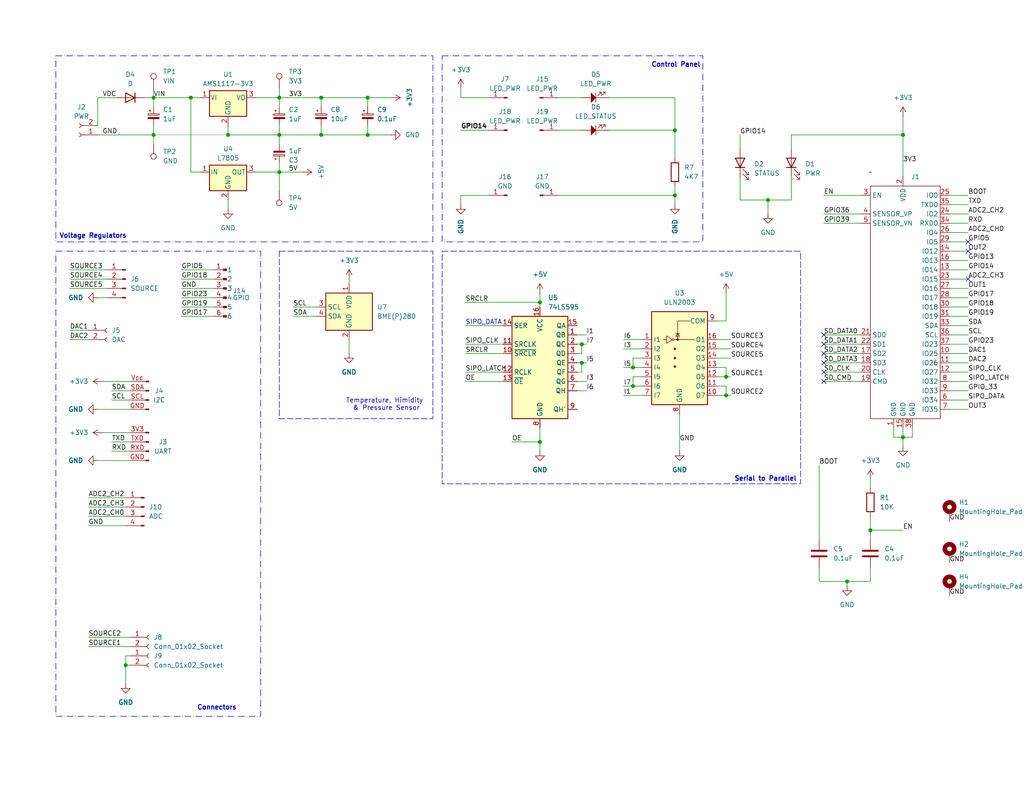
<source format=kicad_sch>
(kicad_sch (version 20231120) (generator "eeschema") (generator_version "8.0")
  (paper "USLetter")
  (title_block (title "ESP32 Node") (date "2024-07-03") (rev "v2.0"))
  (junction (at 595.63 139.7))
  (junction (at 147.32 120.65))
  (junction (at 87.63 26.67))
  (junction (at 388.62 22.86))
  (junction (at 62.23 36.83))
  (junction (at 198.12 102.87))
  (junction (at 76.2 36.83))
  (junction (at 184.15 35.56))
  (junction (at 358.14 30.48))
  (junction (at 198.12 107.95))
  (junction (at 172.72 105.41))
  (junction (at 100.33 36.83))
  (junction (at 595.63 116.84))
  (junction (at 595.63 132.08))
  (junction (at 595.63 124.46))
  (junction (at 246.38 36.83))
  (junction (at 41.91 36.83))
  (junction (at 52.07 26.67))
  (junction (at 478.79 156.21))
  (junction (at 76.2 46.99))
  (junction (at 158.75 93.98))
  (junction (at 377.19 151.13))
  (junction (at 246.38 119.38))
  (junction (at 158.75 99.06))
  (junction (at 347.98 54.61))
  (junction (at 401.32 163.83))
  (junction (at 237.49 144.78))
  (junction (at 495.3 168.91))
  (junction (at 100.33 26.67))
  (junction (at 76.2 26.67))
  (junction (at 595.63 128.27))
  (junction (at 41.91 26.67))
  (junction (at 87.63 36.83))
  (junction (at 147.32 82.55))
  (junction (at 184.15 53.34))
  (junction (at 449.58 99.06))
  (junction (at 495.3 156.21))
  (junction (at 231.14 158.75))
  (junction (at 358.14 22.86))
  (junction (at 209.55 54.61))
  (junction (at 595.63 135.89))
  (junction (at 374.65 30.48))
  (junction (at 595.63 120.65))
  (junction (at 172.72 100.33))
  (junction (at 34.29 181.61))
  (no_connect (at 224.79 96.52))
  (no_connect (at 224.79 104.14))
  (no_connect (at 361.95 113.03))
  (no_connect (at 224.79 99.06))
  (no_connect (at 264.16 66.04))
  (no_connect (at 264.16 76.2))
  (no_connect (at 264.16 68.58))
  (no_connect (at 224.79 93.98))
  (no_connect (at 224.79 101.6))
  (no_connect (at 224.79 91.44))
  (wire (pts (xy 478.79 168.91) (xy 476.25 168.91)))
  (wire (pts (xy 158.75 99.06) (xy 158.75 101.6)))
  (wire (pts (xy 259.08 58.42) (xy 264.16 58.42)))
  (wire (pts (xy 62.23 54.61) (xy 62.23 57.15)))
  (wire (pts (xy 52.07 26.67) (xy 54.61 26.67)))
  (wire (pts (xy 588.01 135.89) (xy 595.63 135.89)))
  (wire (pts (xy 558.8 53.34) (xy 568.96 53.34)))
  (wire (pts (xy 157.48 99.06) (xy 158.75 99.06)))
  (wire (pts (xy 224.79 101.6) (xy 234.95 101.6)))
  (wire (pts (xy 34.29 179.07) (xy 34.29 181.61)))
  (wire (pts (xy 30.48 109.22) (xy 35.56 109.22)))
  (wire (pts (xy 195.58 107.95) (xy 198.12 107.95)))
  (wire (pts (xy 41.91 36.83) (xy 62.23 36.83)) (stroke (width 0.0254)))
  (wire (pts (xy 558.8 55.88) (xy 568.96 55.88)))
  (wire (pts (xy 358.14 171.45) (xy 361.95 171.45)))
  (wire (pts (xy 147.32 116.84) (xy 147.32 120.65)))
  (wire (pts (xy 127 93.98) (xy 137.16 93.98)))
  (wire (pts (xy 572.77 120.65) (xy 580.39 120.65)))
  (wire (pts (xy 184.15 26.67) (xy 184.15 35.56)))
  (wire (pts (xy 615.95 24.13) (xy 622.3 24.13)))
  (wire (pts (xy 588.01 124.46) (xy 595.63 124.46)))
  (wire (pts (xy 184.15 50.8) (xy 184.15 53.34)))
  (wire (pts (xy 24.13 173.99) (xy 35.56 173.99)))
  (wire (pts (xy 223.52 158.75) (xy 231.14 158.75)))
  (wire (pts (xy 595.63 139.7) (xy 595.63 143.51)))
  (wire (pts (xy 41.91 26.67) (xy 52.07 26.67)))
  (wire (pts (xy 341.63 52.07) (xy 354.33 52.07)))
  (wire (pts (xy 259.08 63.5) (xy 264.16 63.5)))
  (wire (pts (xy 209.55 54.61) (xy 215.9 54.61)))
  (wire (pts (xy 588.01 120.65) (xy 595.63 120.65)))
  (wire (pts (xy 495.3 158.75) (xy 495.3 156.21)))
  (wire (pts (xy 377.19 151.13) (xy 382.27 151.13)))
  (wire (pts (xy 224.79 99.06) (xy 234.95 99.06)))
  (wire (pts (xy 54.61 46.99) (xy 52.07 46.99)))
  (wire (pts (xy 30.48 120.65) (xy 35.56 120.65)))
  (wire (pts (xy 508 91.44) (xy 515.62 91.44)))
  (wire (pts (xy 495.3 156.21) (xy 504.19 156.21)))
  (wire (pts (xy 623.57 62.23) (xy 635 62.23)))
  (wire (pts (xy 24.13 140.97) (xy 34.29 140.97)))
  (wire (pts (xy 401.32 142.24) (xy 401.32 146.05)))
  (wire (pts (xy 127 96.52) (xy 137.16 96.52)))
  (wire (pts (xy 246.38 31.75) (xy 246.38 36.83)))
  (wire (pts (xy 259.08 78.74) (xy 264.16 78.74)))
  (wire (pts (xy 172.72 100.33) (xy 175.26 100.33)))
  (wire (pts (xy 172.72 105.41) (xy 175.26 105.41)))
  (wire (pts (xy 259.08 81.28) (xy 264.16 81.28)))
  (wire (pts (xy 615.95 26.67) (xy 622.3 26.67)))
  (wire (pts (xy 615.95 19.05) (xy 622.3 19.05)))
  (wire (pts (xy 623.57 57.15) (xy 635 57.15)))
  (wire (pts (xy 353.06 22.86) (xy 358.14 22.86)))
  (wire (pts (xy 27.94 104.14) (xy 35.56 104.14)))
  (wire (pts (xy 198.12 107.95) (xy 199.39 107.95)))
  (wire (pts (xy 572.77 128.27) (xy 580.39 128.27)))
  (wire (pts (xy 170.18 92.71) (xy 175.26 92.71)))
  (wire (pts (xy 389.89 151.13) (xy 393.7 151.13)))
  (wire (pts (xy 452.12 95.25) (xy 452.12 99.06)))
  (wire (pts (xy 62.23 34.29) (xy 62.23 36.83)))
  (wire (pts (xy 100.33 36.83) (xy 106.68 36.83)))
  (wire (pts (xy 195.58 92.71) (xy 199.39 92.71)))
  (wire (pts (xy 29.21 78.74) (xy 19.05 78.74)))
  (wire (pts (xy 551.22 22.73) (xy 558.84 22.73)))
  (wire (pts (xy 243.84 119.38) (xy 246.38 119.38)))
  (wire (pts (xy 158.75 93.98) (xy 160.02 93.98)))
  (wire (pts (xy 125.73 26.67) (xy 125.73 24.13)))
  (wire (pts (xy 76.2 34.29) (xy 76.2 36.83)))
  (wire (pts (xy 29.21 73.66) (xy 19.05 73.66)))
  (wire (pts (xy 259.08 53.34) (xy 264.16 53.34)))
  (wire (pts (xy 87.63 26.67) (xy 87.63 29.21)))
  (wire (pts (xy 374.65 30.48) (xy 374.65 34.29)))
  (wire (pts (xy 49.53 81.28) (xy 58.42 81.28)))
  (wire (pts (xy 595.63 120.65) (xy 595.63 124.46)))
  (wire (pts (xy 198.12 87.63) (xy 195.58 87.63)))
  (wire (pts (xy 461.01 67.31) (xy 466.09 67.31)))
  (wire (pts (xy 201.93 36.83) (xy 201.93 40.64)))
  (wire (pts (xy 340.36 22.86) (xy 345.44 22.86)))
  (wire (pts (xy 49.53 83.82) (xy 58.42 83.82)))
  (wire (pts (xy 195.58 105.41) (xy 198.12 105.41)))
  (wire (pts (xy 26.67 81.28) (xy 29.21 81.28)))
  (wire (pts (xy 147.32 82.55) (xy 147.32 83.82)))
  (wire (pts (xy 595.63 128.27) (xy 595.63 132.08)))
  (wire (pts (xy 458.47 168.91) (xy 461.01 168.91)))
  (wire (pts (xy 595.63 116.84) (xy 595.63 120.65)))
  (wire (pts (xy 504.19 163.83) (xy 504.19 168.91)))
  (wire (pts (xy 631.19 8.89) (xy 631.19 12.7)))
  (wire (pts (xy 125.73 53.34) (xy 125.73 55.88)))
  (wire (pts (xy 234.95 53.34) (xy 224.79 53.34)))
  (wire (pts (xy 358.14 173.99) (xy 361.95 173.99)))
  (wire (pts (xy 166.37 35.56) (xy 184.15 35.56)))
  (wire (pts (xy 133.35 26.67) (xy 125.73 26.67)))
  (wire (pts (xy 147.32 80.01) (xy 147.32 82.55)))
  (wire (pts (xy 26.67 26.67) (xy 31.75 26.67)))
  (wire (pts (xy 243.84 116.84) (xy 243.84 119.38)))
  (wire (pts (xy 434.34 55.88) (xy 438.15 55.88)))
  (wire (pts (xy 588.01 132.08) (xy 595.63 132.08)))
  (wire (pts (xy 41.91 39.37) (xy 41.91 36.83)))
  (wire (pts (xy 19.05 90.17) (xy 24.13 90.17)))
  (wire (pts (xy 224.79 60.96) (xy 234.95 60.96)))
  (wire (pts (xy 504.19 161.29) (xy 506.73 161.29)))
  (wire (pts (xy 49.53 76.2) (xy 58.42 76.2)))
  (wire (pts (xy 34.29 181.61) (xy 35.56 181.61)))
  (wire (pts (xy 27.94 118.11) (xy 35.56 118.11)))
  (wire (pts (xy 41.91 26.67) (xy 41.91 29.21)))
  (wire (pts (xy 237.49 140.97) (xy 237.49 144.78)))
  (wire (pts (xy 237.49 144.78) (xy 246.38 144.78)))
  (wire (pts (xy 198.12 100.33) (xy 198.12 102.87)))
  (wire (pts (xy 259.08 106.68) (xy 264.16 106.68)))
  (wire (pts (xy 41.91 34.29) (xy 41.91 36.83)))
  (wire (pts (xy 209.55 58.42) (xy 209.55 54.61)))
  (wire (pts (xy 152.4 35.56) (xy 158.75 35.56)))
  (wire (pts (xy 224.79 93.98) (xy 234.95 93.98)))
  (wire (pts (xy 198.12 80.01) (xy 198.12 87.63)))
  (wire (pts (xy 24.13 176.53) (xy 35.56 176.53)))
  (wire (pts (xy 486.41 173.99) (xy 487.68 173.99)))
  (wire (pts (xy 224.79 91.44) (xy 234.95 91.44)))
  (wire (pts (xy 157.48 96.52) (xy 158.75 96.52)))
  (wire (pts (xy 361.95 118.11) (xy 373.38 118.11)))
  (wire (pts (xy 157.48 104.14) (xy 160.02 104.14)))
  (wire (pts (xy 215.9 48.26) (xy 215.9 54.61)))
  (wire (pts (xy 52.07 26.67) (xy 52.07 46.99)))
  (wire (pts (xy 259.08 101.6) (xy 264.16 101.6)))
  (wire (pts (xy 342.9 113.03) (xy 346.71 113.03)))
  (wire (pts (xy 35.56 179.07) (xy 34.29 179.07)))
  (wire (pts (xy 76.2 46.99) (xy 82.55 46.99)))
  (wire (pts (xy 41.91 24.13) (xy 41.91 26.67)))
  (wire (pts (xy 76.2 36.83) (xy 87.63 36.83)))
  (wire (pts (xy 588.01 128.27) (xy 595.63 128.27)))
  (wire (pts (xy 259.08 104.14) (xy 264.16 104.14)))
  (wire (pts (xy 152.4 26.67) (xy 158.75 26.67)))
  (wire (pts (xy 567.73 10.03) (xy 567.73 13.84)))
  (wire (pts (xy 195.58 97.79) (xy 199.39 97.79)))
  (wire (pts (xy 401.32 156.21) (xy 401.32 163.83)))
  (wire (pts (xy 631.19 33.02) (xy 631.19 35.56)))
  (wire (pts (xy 259.08 93.98) (xy 264.16 93.98)))
  (wire (pts (xy 461.01 69.85) (xy 466.09 69.85)))
  (wire (pts (xy 237.49 154.94) (xy 237.49 158.75)))
  (wire (pts (xy 215.9 36.83) (xy 215.9 40.64)))
  (wire (pts (xy 127 88.9) (xy 137.16 88.9)))
  (wire (pts (xy 504.19 156.21) (xy 504.19 161.29)))
  (wire (pts (xy 623.57 66.04) (xy 623.57 62.23)))
  (wire (pts (xy 80.01 86.36) (xy 86.36 86.36)))
  (wire (pts (xy 195.58 100.33) (xy 198.12 100.33)))
  (wire (pts (xy 35.56 111.76) (xy 26.67 111.76)))
  (wire (pts (xy 195.58 95.25) (xy 199.39 95.25)))
  (wire (pts (xy 495.3 156.21) (xy 478.79 156.21)))
  (wire (pts (xy 30.48 123.19) (xy 35.56 123.19)))
  (wire (pts (xy 476.25 173.99) (xy 478.79 173.99)))
  (wire (pts (xy 125.73 35.56) (xy 133.35 35.56)))
  (wire (pts (xy 87.63 26.67) (xy 100.33 26.67)))
  (wire (pts (xy 595.63 113.03) (xy 595.63 116.84)))
  (wire (pts (xy 201.93 54.61) (xy 209.55 54.61)))
  (wire (pts (xy 76.2 36.83) (xy 76.2 39.37)))
  (wire (pts (xy 259.08 55.88) (xy 264.16 55.88)))
  (wire (pts (xy 452.12 99.06) (xy 449.58 99.06)))
  (wire (pts (xy 259.08 99.06) (xy 264.16 99.06)))
  (wire (pts (xy 461.01 62.23) (xy 466.09 62.23)))
  (wire (pts (xy 237.49 144.78) (xy 237.49 147.32)))
  (wire (pts (xy 201.93 48.26) (xy 201.93 54.61)))
  (wire (pts (xy 147.32 120.65) (xy 147.32 123.19)))
  (wire (pts (xy 449.58 95.25) (xy 449.58 99.06)))
  (wire (pts (xy 448.31 27.94) (xy 448.31 31.75)))
  (wire (pts (xy 434.34 58.42) (xy 438.15 58.42)))
  (wire (pts (xy 551.22 20.19) (xy 558.84 20.19)))
  (wire (pts (xy 100.33 26.67) (xy 100.33 29.21)))
  (wire (pts (xy 623.57 59.69) (xy 635 59.69)))
  (wire (pts (xy 358.14 166.37) (xy 361.95 166.37)))
  (wire (pts (xy 358.14 24.13) (xy 358.14 22.86)))
  (wire (pts (xy 623.57 54.61) (xy 635 54.61)))
  (wire (pts (xy 388.62 30.48) (xy 374.65 30.48)))
  (wire (pts (xy 588.01 139.7) (xy 595.63 139.7)))
  (wire (pts (xy 62.23 36.83) (xy 76.2 36.83)))
  (wire (pts (xy 401.32 163.83) (xy 401.32 172.72)))
  (wire (pts (xy 358.14 168.91) (xy 361.95 168.91)))
  (wire (pts (xy 361.95 115.57) (xy 373.38 115.57)))
  (wire (pts (xy 259.08 86.36) (xy 264.16 86.36)))
  (wire (pts (xy 224.79 104.14) (xy 234.95 104.14)))
  (wire (pts (xy 561.34 48.26) (xy 568.96 48.26)))
  (wire (pts (xy 449.58 99.06) (xy 449.58 101.6)))
  (wire (pts (xy 76.2 29.21) (xy 76.2 26.67)))
  (wire (pts (xy 80.01 83.82) (xy 86.36 83.82)))
  (wire (pts (xy 259.08 60.96) (xy 264.16 60.96)))
  (wire (pts (xy 76.2 46.99) (xy 76.2 52.07)))
  (wire (pts (xy 342.9 30.48) (xy 358.14 30.48)))
  (wire (pts (xy 170.18 105.41) (xy 172.72 105.41)))
  (wire (pts (xy 572.77 135.89) (xy 580.39 135.89)))
  (wire (pts (xy 259.08 71.12) (xy 264.16 71.12)))
  (wire (pts (xy 259.08 88.9) (xy 264.16 88.9)))
  (wire (pts (xy 340.36 25.4) (xy 342.9 25.4)))
  (wire (pts (xy 341.63 49.53) (xy 347.98 49.53)))
  (wire (pts (xy 347.98 49.53) (xy 347.98 54.61)))
  (wire (pts (xy 26.67 36.83) (xy 41.91 36.83)))
  (wire (pts (xy 401.32 163.83) (xy 393.7 163.83)))
  (wire (pts (xy 24.13 138.43) (xy 34.29 138.43)))
  (wire (pts (xy 125.73 53.34) (xy 133.35 53.34)))
  (wire (pts (xy 558.8 58.42) (xy 558.8 55.88)))
  (wire (pts (xy 170.18 107.95) (xy 175.26 107.95)))
  (wire (pts (xy 377.19 142.24) (xy 377.19 151.13)))
  (wire (pts (xy 382.27 22.86) (xy 388.62 22.86)))
  (wire (pts (xy 572.77 116.84) (xy 580.39 116.84)))
  (wire (pts (xy 224.79 58.42) (xy 234.95 58.42)))
  (wire (pts (xy 495.3 179.07) (xy 495.3 182.88)))
  (wire (pts (xy 157.48 91.44) (xy 160.02 91.44)))
  (wire (pts (xy 35.56 125.73) (xy 26.67 125.73)))
  (wire (pts (xy 572.77 124.46) (xy 580.39 124.46)))
  (wire (pts (xy 259.08 76.2) (xy 264.16 76.2)))
  (wire (pts (xy 504.19 88.9) (xy 515.62 88.9)))
  (wire (pts (xy 100.33 34.29) (xy 100.33 36.83)))
  (wire (pts (xy 506.73 163.83) (xy 504.19 163.83)))
  (wire (pts (xy 327.66 113.03) (xy 335.28 113.03)))
  (wire (pts (xy 95.25 76.2) (xy 95.25 77.47)))
  (wire (pts (xy 49.53 86.36) (xy 58.42 86.36)))
  (wire (pts (xy 246.38 119.38) (xy 246.38 121.92)))
  (wire (pts (xy 259.08 68.58) (xy 264.16 68.58)))
  (wire (pts (xy 259.08 96.52) (xy 264.16 96.52)))
  (wire (pts (xy 595.63 135.89) (xy 595.63 139.7)))
  (wire (pts (xy 259.08 111.76) (xy 264.16 111.76)))
  (wire (pts (xy 478.79 156.21) (xy 478.79 168.91)))
  (wire (pts (xy 76.2 44.45) (xy 76.2 46.99)))
  (wire (pts (xy 170.18 95.25) (xy 175.26 95.25)))
  (wire (pts (xy 127 101.6) (xy 137.16 101.6)))
  (wire (pts (xy 246.38 36.83) (xy 246.38 48.26)))
  (wire (pts (xy 223.52 127) (xy 223.52 147.32)))
  (wire (pts (xy 572.77 139.7) (xy 580.39 139.7)))
  (wire (pts (xy 626.11 49.53) (xy 635 49.53)))
  (wire (pts (xy 384.81 163.83) (xy 386.08 163.83)))
  (wire (pts (xy 461.01 72.39) (xy 466.09 72.39)))
  (wire (pts (xy 344.17 123.19) (xy 344.17 118.11)))
  (wire (pts (xy 184.15 53.34) (xy 184.15 55.88)))
  (wire (pts (xy 198.12 105.41) (xy 198.12 107.95)))
  (wire (pts (xy 455.93 173.99) (xy 461.01 173.99)))
  (wire (pts (xy 69.85 46.99) (xy 76.2 46.99)))
  (wire (pts (xy 69.85 26.67) (xy 76.2 26.67)))
  (wire (pts (xy 388.62 29.21) (xy 388.62 30.48)))
  (wire (pts (xy 342.9 25.4) (xy 342.9 30.48)))
  (wire (pts (xy 347.98 54.61) (xy 347.98 60.96)))
  (wire (pts (xy 19.05 92.71) (xy 24.13 92.71)))
  (wire (pts (xy 34.29 181.61) (xy 34.29 186.69)))
  (wire (pts (xy 127 82.55) (xy 147.32 82.55)))
  (wire (pts (xy 248.92 119.38) (xy 246.38 119.38)))
  (wire (pts (xy 377.19 168.91) (xy 377.19 172.72)))
  (wire (pts (xy 341.63 54.61) (xy 347.98 54.61)))
  (wire (pts (xy 198.12 102.87) (xy 199.39 102.87)))
  (wire (pts (xy 440.69 168.91) (xy 450.85 168.91)))
  (wire (pts (xy 259.08 66.04) (xy 264.16 66.04)))
  (wire (pts (xy 157.48 93.98) (xy 158.75 93.98)))
  (wire (pts (xy 259.08 109.22) (xy 264.16 109.22)))
  (wire (pts (xy 358.14 163.83) (xy 361.95 163.83)))
  (wire (pts (xy 388.62 24.13) (xy 388.62 22.86)))
  (wire (pts (xy 623.57 52.07) (xy 635 52.07)))
  (wire (pts (xy 248.92 116.84) (xy 248.92 119.38)))
  (wire (pts (xy 588.01 113.03) (xy 595.63 113.03)))
  (wire (pts (xy 588.01 116.84) (xy 595.63 116.84)))
  (wire (pts (xy 34.29 135.89) (xy 24.13 135.89)))
  (wire (pts (xy 447.04 99.06) (xy 449.58 99.06)))
  (wire (pts (xy 558.8 50.8) (xy 568.96 50.8)))
  (wire (pts (xy 447.04 95.25) (xy 447.04 99.06)))
  (wire (pts (xy 184.15 35.56) (xy 184.15 43.18)))
  (wire (pts (xy 139.7 120.65) (xy 147.32 120.65)))
  (wire (pts (xy 259.08 83.82) (xy 264.16 83.82)))
  (wire (pts (xy 76.2 24.13) (xy 76.2 26.67)))
  (wire (pts (xy 175.26 102.87) (xy 172.72 102.87)))
  (wire (pts (xy 259.08 73.66) (xy 264.16 73.66)))
  (wire (pts (xy 175.26 97.79) (xy 172.72 97.79)))
  (wire (pts (xy 358.14 22.86) (xy 367.03 22.86)))
  (wire (pts (xy 388.62 22.86) (xy 396.24 22.86)))
  (wire (pts (xy 461.01 44.45) (xy 466.09 44.45)))
  (wire (pts (xy 358.14 30.48) (xy 374.65 30.48)))
  (wire (pts (xy 237.49 130.81) (xy 237.49 133.35)))
  (wire (pts (xy 495.3 166.37) (xy 495.3 168.91)))
  (wire (pts (xy 170.18 100.33) (xy 172.72 100.33)))
  (wire (pts (xy 87.63 34.29) (xy 87.63 36.83)))
  (wire (pts (xy 358.14 29.21) (xy 358.14 30.48)))
  (wire (pts (xy 49.53 73.66) (xy 58.42 73.66)))
  (wire (pts (xy 30.48 106.68) (xy 35.56 106.68)))
  (wire (pts (xy 259.08 91.44) (xy 264.16 91.44)))
  (wire (pts (xy 26.67 26.67) (xy 26.67 34.29)))
  (wire (pts (xy 615.95 21.59) (xy 622.3 21.59)))
  (wire (pts (xy 358.14 161.29) (xy 361.95 161.29)))
  (wire (pts (xy 152.4 53.34) (xy 184.15 53.34)))
  (wire (pts (xy 231.14 158.75) (xy 231.14 160.02)))
  (wire (pts (xy 24.13 143.51) (xy 34.29 143.51)))
  (wire (pts (xy 224.79 96.52) (xy 234.95 96.52)))
  (wire (pts (xy 377.19 151.13) (xy 377.19 158.75)))
  (wire (pts (xy 572.77 132.08) (xy 580.39 132.08)))
  (wire (pts (xy 172.72 97.79) (xy 172.72 100.33)))
  (wire (pts (xy 157.48 101.6) (xy 158.75 101.6)))
  (wire (pts (xy 157.48 106.68) (xy 160.02 106.68)))
  (wire (pts (xy 95.25 92.71) (xy 95.25 96.52)))
  (wire (pts (xy 567.73 29.08) (xy 567.73 34.16)))
  (wire (pts (xy 595.63 124.46) (xy 595.63 128.27)))
  (wire (pts (xy 223.52 154.94) (xy 223.52 158.75)))
  (wire (pts (xy 478.79 153.67) (xy 478.79 156.21)))
  (wire (pts (xy 195.58 102.87) (xy 198.12 102.87)))
  (wire (pts (xy 185.42 113.03) (xy 185.42 123.19)))
  (wire (pts (xy 76.2 26.67) (xy 87.63 26.67)))
  (wire (pts (xy 450.85 27.94) (xy 450.85 31.75)))
  (wire (pts (xy 49.53 78.74) (xy 58.42 78.74)))
  (wire (pts (xy 29.21 76.2) (xy 19.05 76.2)))
  (wire (pts (xy 344.17 118.11) (xy 346.71 118.11)))
  (wire (pts (xy 231.14 158.75) (xy 237.49 158.75)))
  (wire (pts (xy 215.9 36.83) (xy 246.38 36.83)))
  (wire (pts (xy 504.19 168.91) (xy 495.3 168.91)))
  (wire (pts (xy 158.75 99.06) (xy 160.02 99.06)))
  (wire (pts (xy 455.93 182.88) (xy 455.93 173.99)))
  (wire (pts (xy 172.72 102.87) (xy 172.72 105.41)))
  (wire (pts (xy 246.38 116.84) (xy 246.38 119.38)))
  (wire (pts (xy 595.63 132.08) (xy 595.63 135.89)))
  (wire (pts (xy 158.75 96.52) (xy 158.75 93.98)))
  (wire (pts (xy 580.39 113.03) (xy 572.77 113.03)))
  (wire (pts (xy 166.37 26.67) (xy 184.15 26.67)))
  (wire (pts (xy 87.63 36.83) (xy 100.33 36.83)))
  (wire (pts (xy 461.01 64.77) (xy 466.09 64.77)))
  (wire (pts (xy 100.33 26.67) (xy 106.68 26.67)))
  (wire (pts (xy 39.37 26.67) (xy 41.91 26.67)))
  (wire (pts (xy 127 104.14) (xy 137.16 104.14)))
  (rectangle (start 328.93 137.16) (end 412.75 186.69) (stroke (width 0) (type dash_dot)))
  (rectangle (start 120.65 68.58) (end 218.44 132.08) (stroke (width 0) (type dash)))
  (rectangle (start 15.24 68.58) (end 71.12 195.58) (stroke (width 0) (type dash_dot)))
  (rectangle (start 76.2 68.58) (end 118.11 114.3) (stroke (width 0) (type dash)))
  (rectangle (start 120.65 15.24) (end 191.77 66.04) (stroke (width 0) (type dash_dot)))
  (rectangle (start 15.24 15.24) (end 118.11 66.04) (stroke (width 0) (type dash_dot)))
  (text "Voltage Regulators" (at 25.4 63.754 0) (effects (font (size 1.27 1.27) (thickness 0.254) (bold yes)) (justify top)))
  (text "UART Programmer" (at 401.828 184.912 0) (effects (font (size 1.27 1.27))))
  (text "Control Panel " (at 184.912 17.78 0) (effects (font (size 1.27 1.27) (thickness 0.254) (bold yes))))
  (text "Connectors\n" (at 59.182 193.294 0) (effects (font (size 1.27 1.27) (thickness 0.254) (bold yes))))
  (text "Serial to Parallel" (at 217.424 131.572 0) (effects (font (size 1.27 1.27) (bold yes)) (justify right bottom)))
  (text "Temperature, Himidity \n& Pressure Sensor" (at 105.41 110.49 0) (effects (font (size 1.27 1.27))))
  (label "SIPO_DATA" (at 264.16 109.22 0))
  (label "VIN" (at 358.14 22.86 0))
  (label "SOURCE5" (at 199.39 97.79 0))
  (label "GND" (at 259.08 142.24 0))
  (label "SPI-SDA" (at 623.57 52.07 0))
  (label "12V" (at 508 91.44 0))
  (label "SOURCE3" (at 19.05 73.66 0))
  (label "SOURCE4" (at 19.05 76.2 0))
  (label "SD_DATA1" (at 224.79 93.98 0))
  (label "SOURCE1" (at 24.13 176.53 0))
  (label "I7" (at 160.02 93.98 0))
  (label "TXD" (at 361.95 166.37 0))
  (label "GPIO5" (at 264.16 66.04 0))
  (label "SOURCE5" (at 19.05 78.74 0))
  (label "RTS" (at 401.32 172.72 0))
  (label "ADC2_CH2" (at 264.16 58.42 0))
  (label "OUT1" (at 264.16 78.74 0))
  (label "SPI-SDO" (at 623.57 59.69 0))
  (label "GND" (at 508 88.9 0))
  (label "SPI-SCL" (at 466.09 62.23 0))
  (label "GPIO_33" (at 264.16 106.68 0))
  (label "I3" (at 160.02 104.14 0))
  (label "OUT2" (at 264.16 68.58 0))
  (label "3V3" (at 361.95 161.29 0))
  (label "SD_DATA0" (at 224.79 91.44 0))
  (label "QB-2" (at 572.77 116.84 180))
  (label "EN" (at 401.32 142.24 0))
  (label "D5" (at 615.95 24.13 0))
  (label "GPIO23" (at 264.16 93.98 0))
  (label "VDC" (at 27.94 26.67 0))
  (label "GPIO13" (at 264.16 71.12 0))
  (label "SCL" (at 80.01 83.82 0))
  (label "QD-2" (at 572.77 124.46 180))
  (label "SIPO_CLK" (at 127 93.98 0))
  (label "QF-2" (at 572.77 132.08 180))
  (label "SD_CLK" (at 224.79 101.6 0))
  (label "SPI-CSB" (at 623.57 57.15 0))
  (label "DAC2" (at 19.05 92.71 0))
  (label "OE" (at 139.7 120.65 0))
  (label "TXD" (at 264.16 55.88 0))
  (label "I1" (at 170.18 107.95 0))
  (label "BOOT" (at 223.52 127 0))
  (label "ADC2_CH2" (at 24.13 135.89 0))
  (label "SDA" (at 264.16 88.9 0))
  (label "D19" (at 615.95 26.67 0))
  (label "SD_CMD" (at 224.79 104.14 0))
  (label "ADC2_CH0" (at 24.13 140.97 0))
  (label "SD_DATA3" (at 224.79 99.06 0))
  (label "SIPO_LATCH" (at 127 101.6 0))
  (label "QA-2" (at 572.77 113.03 180))
  (label "I5" (at 160.02 99.06 0))
  (label "GPIO17" (at 264.16 81.28 0))
  (label "GPIO23" (at 49.53 81.28 0))
  (label "3V3" (at 450.85 27.94 0))
  (label "GPIO5" (at 49.53 73.66 0))
  (label "DTR" (at 377.19 142.24 0))
  (label "GPIO13" (at 440.69 168.91 0))
  (label "SD_DATA2" (at 224.79 96.52 0))
  (label "SDA-2" (at 551.22 22.73 0))
  (label "SPI-SCL" (at 623.57 54.61 0))
  (label "GND" (at 24.13 143.51 0))
  (label "EN" (at 246.38 144.78 0))
  (label "D18" (at 615.95 19.05 0))
  (label "RTS" (at 361.95 171.45 0))
  (label "D23" (at 615.95 21.59 0))
  (label "5V" (at 342.9 52.07 0))
  (label "SCL" (at 264.16 91.44 0))
  (label "SIPO_LATCH" (at 264.16 104.14 0))
  (label "GPIO18" (at 264.16 83.82 0))
  (label "GPIO14" (at 201.93 36.83 0))
  (label "GPIO14" (at 264.16 73.66 0))
  (label "V1-" (at 363.22 118.11 0))
  (label "BOOT" (at 377.19 172.72 0))
  (label "RX" (at 434.34 55.88 0))
  (label "RXD" (at 30.48 123.19 0))
  (label "GPIO27" (at 327.66 113.03 0))
  (label "SCL" (at 30.48 109.22 0))
  (label "GND" (at 361.95 163.83 0))
  (label "SIPO_CLK" (at 264.16 101.6 0))
  (label "GND" (at 49.53 78.74 0))
  (label "I6" (at 170.18 92.71 0))
  (label "3V3" (at 246.38 44.45 0))
  (label "QE-2" (at 572.77 128.27 180))
  (label "ADC2_CH3" (at 264.16 76.2 0))
  (label "SPI-SDO" (at 466.09 64.77 0))
  (label "OUT3" (at 264.16 111.76 0))
  (label "SCL-2" (at 558.8 53.34 0))
  (label "GPIO39" (at 224.79 60.96 0))
  (label "I5" (at 170.18 100.33 0))
  (label "SOURCE1" (at 199.39 102.87 0))
  (label "SPI-CSB" (at 466.09 44.45 0))
  (label "SPI-SDA" (at 466.09 72.39 0))
  (label "GND" (at 259.08 153.67 0))
  (label "GPIO17" (at 49.53 86.36 0))
  (label "GPIO18" (at 49.53 76.2 0))
  (label "SOURCE2" (at 199.39 107.95 0))
  (label "BOOT" (at 264.16 53.34 0))
  (label "RXD" (at 361.95 168.91 0))
  (label "SRCLR" (at 127 82.55 0))
  (label "SOURCE3" (at 199.39 92.71 0))
  (label "5V" (at 384.81 22.86 0))
  (label "DTR" (at 361.95 173.99 0))
  (label "ADC2_CH0" (at 264.16 63.5 0))
  (label "5V" (at 78.74 46.99 0))
  (label "ADC2_CH3" (at 24.13 138.43 0))
  (label "SCL-2" (at 551.22 20.19 0))
  (label "GND" (at 259.08 162.56 0))
  (label "VIN" (at 41.91 26.67 0))
  (label "SDA-2" (at 558.8 50.8 0))
  (label "DAC2" (at 264.16 99.06 0))
  (label "SDA" (at 80.01 86.36 0))
  (label "TX" (at 434.34 58.42 0))
  (label "QH-2" (at 572.77 139.7 180))
  (label "DAC1" (at 264.16 96.52 0))
  (label "3V3" (at 78.74 26.67 0))
  (label "OE" (at 127 104.14 0))
  (label "SDA" (at 30.48 106.68 0))
  (label "SRCLR" (at 127 96.52 0))
  (label "GPIO19" (at 49.53 83.82 0))
  (label "GPIO36" (at 224.79 58.42 0))
  (label "GPIO19" (at 264.16 86.36 0))
  (label "SCL-2" (at 466.09 69.85 0))
  (label "I3" (at 170.18 95.25 0))
  (label "GND" (at 27.94 36.83 0))
  (label "I1" (at 160.02 91.44 0))
  (label "V1+" (at 363.22 115.57 0))
  (label "DAC1" (at 19.05 90.17 0))
  (label "EN" (at 224.79 53.34 0))
  (label "VDC" (at 340.36 22.86 0))
  (label "I6" (at 160.02 106.68 0))
  (label "SIPO_DATA" (at 127 88.9 0))
  (label "QC-2" (at 572.77 120.65 180))
  (label "GND" (at 185.42 120.65 0))
  (label "GPIO14" (at 125.73 35.56 0) (effects (font (bold yes))))
  (label "SOURCE4" (at 199.39 95.25 0))
  (label "I7" (at 170.18 105.41 0))
  (label "GND" (at 347.98 30.48 0))
  (label "TXD" (at 30.48 120.65 0))
  (label "SDA-2" (at 466.09 67.31 0))
  (label "SOURCE2" (at 24.13 173.99 0))
  (label "RXD" (at 264.16 60.96 0))
  (label "QG-2" (at 572.77 135.89 180))
  (symbol (lib_id "Connector:Conn_01x02_Socket") (at 29.21 90.17 0) (unit 1)
    (property "Reference" "J5" (at 30.48 90.1699 0) (effects (justify left)))
    (property "Value" "DAC" (at 30.48 92.7099 0) (effects (justify left)))
    (property "Footprint" "Connector_PinSocket_2.54mm:PinSocket_1x02_P2.54mm_Vertical" (effects (hide yes)))
  )
  (symbol (lib_id "power:GND") (at 631.19 35.56 0) (unit 1)
    (property "Reference" "#PWR042" (effects (hide yes)))
    (property "Value" "GND" (at 631.19 40.64 0))
  )
  (symbol (lib_id "power:GND") (at 106.68 36.83 90) (unit 1)
    (property "Reference" "#PWR03" (effects (hide yes)))
    (property "Value" "GND" (at 110.49 36.8299 90) (effects (justify right)))
  )
  (symbol (lib_id "Device:R") (at 389.89 163.83 270) (unit 1) (on_board no)
    (property "Reference" "R3" (at 389.89 157.48 90))
    (property "Value" "10K" (at 389.89 160.02 90))
    (property "Footprint" "Resistor_SMD:R_1210_3225Metric_Pad1.30x2.65mm_HandSolder" (effects (hide yes)))
    (property "Description" "Resistor" (effects (hide yes)))
  )
  (symbol (lib_id "Connector:Conn_01x04_Pin") (at 39.37 138.43 0) (mirror y) (unit 1)
    (property "Reference" "J10" (at 40.64 138.4299 0) (effects (justify right)))
    (property "Value" "ADC" (at 40.64 140.9699 0) (effects (justify right)))
    (property "Footprint" "Connector_PinSocket_2.54mm:PinSocket_1x04_P2.54mm_Vertical" (effects (hide yes)))
  )
  (symbol (lib_name "+3V3_2") (lib_id "power:+3V3") (at 631.19 8.89 0) (unit 1)
    (property "Reference" "#PWR043" (effects (hide yes)))
    (property "Value" "+3V3" (at 631.19 5.08 0))
    (property "Description" "Power symbol creates a global label with name \"+3V3\"" (effects (hide yes)))
  )
  (symbol (lib_id "Device:LED") (at 584.2 135.89 180) (unit 1)
    (property "Reference" "D14" (at 585.7875 128.27 0))
    (property "Value" "PWR" (at 585.7875 130.81 0))
    (property "Footprint" "LED_SMD:LED_1210_3225Metric_Pad1.42x2.65mm_HandSolder" (effects (hide yes)))
    (property "Description" "Light emitting diode" (effects (hide yes)))
  )
  (symbol (lib_id "Device:C_Polarized_Small") (at 388.62 26.67 0) (mirror x) (unit 1)
    (property "Reference" "C7" (at 391.16 28.4861 0) (effects (justify left)))
    (property "Value" "1uF" (at 391.16 25.9461 0) (effects (justify left)))
    (property "Footprint" "Capacitor_THT:CP_Radial_D4.0mm_P2.00mm" (effects (hide yes)))
  )
  (symbol (lib_id "power:+3V3") (at 95.25 76.2 0) (unit 1)
    (property "Reference" "#PWR022" (effects (hide yes)))
    (property "Value" "+3V3" (at 95.25 71.12 0))
  )
  (symbol (lib_id "power:GND") (at 26.67 81.28 270) (unit 1)
    (property "Reference" "#PWR023" (effects (hide yes)))
    (property "Value" "GND" (at 22.86 81.28 90) (effects (font (bold yes)) (justify right)))
  )
  (symbol (lib_id "power:+3V3") (at 27.94 118.11 90) (unit 1)
    (property "Reference" "#PWR06" (effects (hide yes)))
    (property "Value" "+3V3" (at 24.13 118.1099 90) (effects (justify left)))
  )
  (symbol (lib_id "power:GND") (at 567.73 34.16 0) (unit 1)
    (property "Reference" "#PWR032" (effects (hide yes)))
    (property "Value" "GND" (at 567.73 39.24 0))
  )
  (symbol (lib_id "Device:LED") (at 584.2 124.46 180) (unit 1)
    (property "Reference" "D11" (at 585.7875 116.84 0))
    (property "Value" "PWR" (at 585.7875 119.38 0))
    (property "Footprint" "LED_SMD:LED_1210_3225Metric_Pad1.42x2.65mm_HandSolder" (effects (hide yes)))
    (property "Description" "Light emitting diode" (effects (hide yes)))
  )
  (symbol (lib_id "Alexander Symbol Library:BME(P)280") (at 96.52 87.63 0) (unit 1)
    (property "Reference" "U7" (at 102.87 83.8199 0) (effects (justify left)))
    (property "Value" "BME(P)280" (at 102.87 86.3599 0) (effects (justify left)))
    (property "Footprint" "Alexander Footprint Library:BME280_BMP280_I2C" (effects (hide yes)))
    (property "Description" "Absolute Barometric Pressure Sensor" (effects (hide yes)))
  )
  (symbol (lib_id "Device:LED") (at 201.93 44.45 90) (unit 1)
    (property "Reference" "D2" (at 205.74 44.7674 90) (effects (justify right)))
    (property "Value" "STATUS" (at 205.74 47.3074 90) (effects (justify right)))
    (property "Footprint" "LED_SMD:LED_1210_3225Metric_Pad1.42x2.65mm_HandSolder" (effects (hide yes)))
    (property "Description" "Light emitting diode" (effects (hide yes)))
  )
  (symbol (lib_id "Connector:Conn_01x01_Pin") (at 147.32 35.56 0) (mirror x) (unit 1)
    (property "Reference" "J19" (at 147.955 30.48 0))
    (property "Value" "LED_PWR" (at 147.955 33.02 0))
    (property "Footprint" "Alexander Footprint Library:Pad_1x01_P2.54_SMD" (effects (hide yes)))
    (property "Description" "Generic connector, single row, 01x01, script generated" (effects (hide yes)))
  )
  (symbol (lib_id "power:+3V3") (at 27.94 104.14 90) (unit 1)
    (property "Reference" "#PWR08" (effects (hide yes)))
    (property "Value" "+3V3" (at 24.13 104.14 90) (effects (justify left)))
  )
  (symbol (lib_id "Regulator_Linear:L7805") (at 374.65 22.86 0) (unit 1)
    (property "Reference" "U9" (at 374.65 16.51 0))
    (property "Value" "L7805" (at 374.65 19.05 0))
    (property "Footprint" "Alexander Footprint Library:LD1117" (effects (hide yes)))
    (property "Datasheet" "datasheets/Voltage-Regulator_L7805.pdf" (effects (hide yes)))
    (property "Description" "Voltage Regulator 1.5A Positive" (effects (hide yes)))
  )
  (symbol (lib_id "Alexander Symbol Library:BME(P)280") (at 569 24 0) (unit 1)
    (property "Reference" "U8" (at 575.35 20.1899 0) (effects (justify left)))
    (property "Value" "BME(P)280" (at 575.35 22.7299 0) (effects (justify left)))
    (property "Footprint" "Alexander Footprint Library:BME280_BMP280_I2C" (effects (hide yes)))
    (property "Description" "Absolute Barometric Pressure Sensor" (effects (hide yes)))
  )
  (symbol (lib_id "power:+3V3") (at 561.34 48.26 90) (unit 1)
    (property "Reference" "#PWR038" (effects (hide yes)))
    (property "Value" "+3V3" (at 557.53 48.26 90) (effects (justify left)))
  )
  (symbol (lib_id "power:+5V") (at 198.12 80.01 0) (unit 1)
    (property "Reference" "#PWR012" (effects (hide yes)))
    (property "Value" "+5V" (at 198.12 74.93 0))
  )
  (symbol (lib_id "Device:C_Polarized_Small") (at 87.63 31.75 0) (unit 1)
    (property "Reference" "C8" (at 90.17 29.9338 0) (effects (justify left)))
    (property "Value" "10uF" (at 90.17 32.4738 0) (effects (justify left)))
    (property "Footprint" "Capacitor_SMD:CP_Elec_3x5.3" (effects (hide yes)))
  )
  (symbol (lib_id "Transistor_Array:ULN2003") (at 185.42 97.79 0) (unit 1) (on_board no)
    (property "Reference" "U3" (at 185.42 80.01 0))
    (property "Value" "ULN2003" (at 185.42 82.55 0))
    (property "Footprint" "Package_DIP:DIP-16_W7.62mm" (effects (hide yes)))
    (property "Datasheet" "http://www.ti.com/lit/ds/symlink/uln2003a.pdf" (effects (hide yes)))
  )
  (symbol (lib_id "PCM_SL_Devices:LED_5mm") (at 162.56 26.67 0) (unit 1)
    (property "Reference" "D5" (at 162.56 20.32 0))
    (property "Value" "LED_PWR" (at 162.56 22.86 0))
    (property "Footprint" "LED_THT:LED_D5.0mm" (effects (hide yes)))
    (property "Description" "Common 5mm diameter LED" (effects (hide yes)))
  )
  (symbol (lib_id "Device:LED") (at 584.2 139.7 180) (unit 1)
    (property "Reference" "D15" (at 585.7875 132.08 0))
    (property "Value" "PWR" (at 585.7875 134.62 0))
    (property "Footprint" "LED_SMD:LED_1210_3225Metric_Pad1.42x2.65mm_HandSolder" (effects (hide yes)))
    (property "Description" "Light emitting diode" (effects (hide yes)))
  )
  (symbol (lib_id "Device:D") (at 495.3 162.56 270) (unit 1) (on_board no)
    (property "Reference" "D3" (at 497.84 161.2899 90) (effects (justify left)))
    (property "Value" "1N4007" (at 497.84 163.8299 90) (effects (justify left)))
    (property "Description" "Diode" (effects (hide yes)))
    (property "Sim.Device" "D" (effects (hide yes)))
    (property "Sim.Pins" "1=K 2=A" (effects (hide yes)))
  )
  (symbol (lib_id "Device:R") (at 386.08 151.13 270) (unit 1) (on_board no)
    (property "Reference" "R4" (at 386.08 144.78 90))
    (property "Value" "10K" (at 386.08 147.32 90))
    (property "Footprint" "Resistor_SMD:R_1210_3225Metric_Pad1.30x2.65mm_HandSolder" (effects (hide yes)))
    (property "Description" "Resistor" (effects (hide yes)))
  )
  (symbol (lib_name "Conn_SPI_1") (lib_id "Alexander Symbol Library:Conn_SPI") (at 640.08 67.31 0) (mirror y) (unit 1)
    (property "Reference" "J24" (at 639.445 45.72 0))
    (property "Value" "~" (at 639.445 48.26 0))
    (property "Footprint" "Alexander Footprint Library:Conn_SPI" (effects (hide yes)))
  )
  (symbol (lib_name "Conn_UART_1") (lib_id "Alexander_Library_Symbols:Conn_UART") (at 40.64 118.11 0) (mirror y) (unit 1)
    (property "Reference" "J3" (at 44.45 120.65 0))
    (property "Value" "UART" (at 44.45 123.19 0))
    (property "Footprint" "Alexander Footprints Library:Conn_UART" (effects (hide yes)))
  )
  (symbol (lib_id "Device:C_Polarized_Small") (at 76.2 41.91 0) (mirror x) (unit 1)
    (property "Reference" "C3" (at 78.74 43.7261 0) (effects (justify left)))
    (property "Value" "1uF" (at 78.74 41.1861 0) (effects (justify left)))
    (property "Footprint" "Capacitor_THT:CP_Radial_D4.0mm_P2.00mm" (effects (hide yes)))
  )
  (symbol (lib_id "Device:C_Polarized_Small") (at 41.91 31.75 0) (unit 1)
    (property "Reference" "C1" (at 44.45 29.9339 0) (effects (justify left)))
    (property "Value" "1uF" (at 44.45 32.4739 0) (effects (justify left)))
    (property "Footprint" "Capacitor_THT:CP_Radial_D4.0mm_P2.00mm" (effects (hide yes)))
  )
  (symbol (lib_id "Device:R") (at 339.09 113.03 90) (unit 1) (on_board no)
    (property "Reference" "R2" (at 339.09 106.68 90))
    (property "Value" "1K" (at 339.09 109.22 90))
    (property "Footprint" "Resistor_SMD:R_1210_3225Metric_Pad1.30x2.65mm_HandSolder" (effects (hide yes)))
  )
  (symbol (lib_name "GND_6") (lib_id "power:GND") (at 455.93 182.88 0) (unit 1)
    (property "Reference" "#PWR020" (effects (hide yes)))
    (property "Value" "GND" (at 455.93 187.96 0))
    (property "Description" "Power symbol creates a global label with name \"GND\" , ground" (effects (hide yes)))
  )
  (symbol (lib_name "GND_5") (lib_id "power:GND") (at 495.3 182.88 0) (unit 1)
    (property "Reference" "#PWR019" (effects (hide yes)))
    (property "Value" "GND" (at 495.3 187.96 0))
    (property "Description" "Power symbol creates a global label with name \"GND\" , ground" (effects (hide yes)))
  )
  (symbol (lib_name "+5V_2") (lib_id "power:+5V") (at 448.31 27.94 0) (unit 1)
    (property "Reference" "#PWR030" (effects (hide yes)))
    (property "Value" "+5V" (at 448.31 22.86 0))
    (property "Description" "Power symbol creates a global label with name \"+5V\"" (effects (hide yes)))
  )
  (symbol (lib_id "power:GND") (at 26.67 111.76 270) (unit 1)
    (property "Reference" "#PWR09" (effects (hide yes)))
    (property "Value" "GND" (at 22.86 111.76 90) (effects (font (bold yes)) (justify right)))
  )
  (symbol (lib_name "GND_4") (lib_id "power:GND") (at 147.32 123.19 0) (unit 1)
    (property "Reference" "#PWR016" (effects (hide yes)))
    (property "Value" "GND" (at 147.32 128.27 0) (effects (font (bold yes))))
    (property "Description" "Power symbol creates a global label with name \"GND\" , ground" (effects (hide yes)))
  )
  (symbol (lib_name "+5V_2") (lib_id "power:+5V") (at 567.73 10.03 0) (unit 1)
    (property "Reference" "#PWR031" (effects (hide yes)))
    (property "Value" "+5V" (at 567.73 4.95 0))
    (property "Description" "Power symbol creates a global label with name \"+5V\"" (effects (hide yes)))
  )
  (symbol (lib_id "power:GND") (at 26.67 125.73 270) (unit 1)
    (property "Reference" "#PWR07" (effects (hide yes)))
    (property "Value" "GND" (at 22.86 125.73 90) (effects (font (bold yes)) (justify right)))
  )
  (symbol (lib_id "74xx:74LS595") (at 147.32 99.06 0) (unit 1) (on_board no)
    (property "Reference" "U5" (at 149.5141 81.28 0) (effects (justify left)))
    (property "Value" "74LS595" (at 149.5141 83.82 0) (effects (justify left)))
    (property "Footprint" "Package_DIP:DIP-16_W7.62mm" (effects (hide yes)))
    (property "Datasheet" "http://www.ti.com/lit/gpn/sn74ls595" (effects (hide yes)))
    (property "Description" "8-bit serial in/out Shift Register 3-State Outputs" (effects (hide yes)))
  )
  (symbol (lib_id "Connector:Conn_01x01_Pin") (at 147.32 26.67 0) (mirror x) (unit 1)
    (property "Reference" "J15" (at 147.955 21.59 0))
    (property "Value" "LED_PWR" (at 147.955 24.13 0))
    (property "Footprint" "Alexander Footprint Library:Pad_1x01_P2.54_SMD" (effects (hide yes)))
    (property "Description" "Generic connector, single row, 01x01, script generated" (effects (hide yes)))
  )
  (symbol (lib_id "Connector:Conn_01x02_Socket") (at 378.46 115.57 0) (unit 1) (on_board no)
    (property "Reference" "J12" (at 379.73 115.5699 0) (effects (justify left)))
    (property "Value" "Conn_01x02_Socket" (at 379.73 118.1099 0) (effects (justify left)))
    (property "Footprint" "Connector_PinSocket_2.54mm:PinSocket_1x02_P2.54mm_Vertical" (effects (hide yes)))
    (property "Description" "Generic connector, single row, 01x02, script generated" (effects (hide yes)))
  )
  (symbol (lib_id "Mechanical:MountingHole_Pad") (at 259.08 151.13 0) (unit 1)
    (property "Reference" "H2" (at 261.62 148.59 0) (effects (justify left)))
    (property "Value" "MountingHole_Pad" (at 261.62 151.13 0) (effects (justify left)))
    (property "Footprint" "MountingHole:MountingHole_3mm" (effects (hide yes)))
  )
  (symbol (lib_id "power:GND") (at 185.42 123.19 0) (unit 1)
    (property "Reference" "#PWR010" (effects (hide yes)))
    (property "Value" "GND" (at 185.42 128.27 0) (effects (font (bold yes))))
  )
  (symbol (lib_name "GND_3") (lib_id "power:GND") (at 209.55 58.42 0) (unit 1)
    (property "Reference" "#PWR015" (effects (hide yes)))
    (property "Value" "GND" (at 209.55 63.5 0))
    (property "Description" "Power symbol creates a global label with name \"GND\" , ground" (effects (hide yes)))
  )
  (symbol (lib_id "Device:D") (at 349.25 22.86 180) (unit 1)
    (property "Reference" "D7" (at 349.25 16.51 0))
    (property "Value" "D" (at 349.25 19.05 0))
    (property "Footprint" "Diode_SMD:D_1210_3225Metric" (effects (hide yes)))
    (property "Description" "Diode" (effects (hide yes)))
    (property "Sim.Device" "D" (effects (hide yes)))
    (property "Sim.Pins" "1=K 2=A" (effects (hide yes)))
  )
  (symbol (lib_id "Connector:Conn_01x02_Socket") (at 40.64 179.07 0) (unit 1)
    (property "Reference" "J9" (at 41.91 179.07 0) (effects (justify left)))
    (property "Value" "Conn_01x02_Socket" (at 41.91 181.61 0) (effects (justify left)))
    (property "Footprint" "Alexander Footprints Library:Conn_Terminal_5mm" (effects (hide yes)))
  )
  (symbol (lib_id "Connector:Conn_01x04_Pin") (at 34.29 76.2 0) (mirror y) (unit 1)
    (property "Reference" "J6" (at 35.56 76.1999 0) (effects (justify right)))
    (property "Value" "SOURCE" (at 35.56 78.7399 0) (effects (justify right)))
    (property "Footprint" "Connector_PinSocket_2.54mm:PinSocket_1x04_P2.54mm_Vertical" (effects (hide yes)))
  )
  (symbol (lib_id "power:+3V3") (at 237.49 130.81 0) (unit 1)
    (property "Reference" "#PWR024" (effects (hide yes)))
    (property "Value" "+3V3" (at 237.49 125.73 0))
  )
  (symbol (lib_name "GND_7") (lib_id "power:GND") (at 374.65 34.29 0) (unit 1)
    (property "Reference" "#PWR033" (effects (hide yes)))
    (property "Value" "GND" (at 374.65 39.37 0))
    (property "Description" "Power symbol creates a global label with name \"GND\" , ground" (effects (hide yes)))
  )
  (symbol (lib_name "GND_3") (lib_id "power:GND") (at 231.14 160.02 0) (unit 1)
    (property "Reference" "#PWR025" (effects (hide yes)))
    (property "Value" "GND" (at 231.14 165.1 0))
    (property "Description" "Power symbol creates a global label with name \"GND\" , ground" (effects (hide yes)))
  )
  (symbol (lib_id "Device:C") (at 237.49 151.13 0) (unit 1)
    (property "Reference" "C4" (at 241.3 149.8599 0) (effects (justify left)))
    (property "Value" "0.1uF" (at 241.3 152.3999 0) (effects (justify left)))
    (property "Footprint" "Capacitor_SMD:CP_Elec_3x5.3" (effects (hide yes)))
    (property "Description" "Unpolarized capacitor" (effects (hide yes)))
  )
  (symbol (lib_name "GND_1") (lib_id "power:GND") (at 34.29 186.69 0) (unit 1)
    (property "Reference" "#PWR014" (effects (hide yes)))
    (property "Value" "GND" (at 34.29 191.77 0) (effects (font (bold yes))))
    (property "Description" "Power symbol creates a global label with name \"GND\" , ground" (effects (hide yes)))
  )
  (symbol (lib_name "GND_4") (lib_id "power:GND") (at 595.63 143.51 0) (unit 1)
    (property "Reference" "#PWR040" (effects (hide yes)))
    (property "Value" "GND" (at 595.63 148.59 0) (effects (font (bold yes))))
    (property "Description" "Power symbol creates a global label with name \"GND\" , ground" (effects (hide yes)))
  )
  (symbol (lib_name "+3V3_1") (lib_id "power:+3V3") (at 125.73 24.13 0) (unit 1)
    (property "Reference" "#PWR026" (effects (hide yes)))
    (property "Value" "+3V3" (at 125.73 19.05 0))
    (property "Description" "Power symbol creates a global label with name \"+3V3\"" (effects (hide yes)))
  )
  (symbol (lib_id "Device:D") (at 35.56 26.67 180) (unit 1)
    (property "Reference" "D4" (at 35.56 20.32 0))
    (property "Value" "D" (at 35.56 22.86 0))
    (property "Footprint" "Diode_SMD:D_1210_3225Metric" (effects (hide yes)))
    (property "Description" "Diode" (effects (hide yes)))
    (property "Sim.Device" "D" (effects (hide yes)))
    (property "Sim.Pins" "1=K 2=A" (effects (hide yes)))
  )
  (symbol (lib_id "Device:LED") (at 584.2 128.27 180) (unit 1)
    (property "Reference" "D12" (at 585.7875 120.65 0))
    (property "Value" "PWR" (at 585.7875 123.19 0))
    (property "Footprint" "LED_SMD:LED_1210_3225Metric_Pad1.42x2.65mm_HandSolder" (effects (hide yes)))
    (property "Description" "Light emitting diode" (effects (hide yes)))
  )
  (symbol (lib_id "Connector:TestPoint") (at 76.2 52.07 180) (unit 1)
    (property "Reference" "TP4" (at 78.74 54.1019 0) (effects (justify right)))
    (property "Value" "5V" (at 78.74 56.6419 0) (effects (justify right)))
    (property "Footprint" "TestPoint:TestPoint_Pad_D1.5mm" (effects (hide yes)))
    (property "Description" "test point" (effects (hide yes)))
  )
  (symbol (lib_id "PCM_SL_Devices:LED_5mm") (at 162.56 35.56 0) (unit 1)
    (property "Reference" "D6" (at 162.56 29.21 0))
    (property "Value" "LED_STATUS" (at 162.56 31.75 0))
    (property "Footprint" "LED_THT:LED_D5.0mm" (effects (hide yes)))
    (property "Description" "Common 5mm diameter LED" (effects (hide yes)))
  )
  (symbol (lib_id "Connector:Conn_01x02_Socket") (at 40.64 173.99 0) (unit 1)
    (property "Reference" "J8" (at 41.91 173.99 0) (effects (justify left)))
    (property "Value" "Conn_01x02_Socket" (at 41.91 176.53 0) (effects (justify left)))
    (property "Footprint" "Alexander Footprints Library:Conn_Terminal_5mm" (effects (hide yes)))
  )
  (symbol (lib_id "power:GND") (at 558.8 58.42 0) (unit 1)
    (property "Reference" "#PWR037" (effects (hide yes)))
    (property "Value" "GND" (at 558.8 62.23 90) (effects (font (bold yes)) (justify right)))
  )
  (symbol (lib_id "Alexander_Library_Symbols:PWR_SATA_Conn_01x04") (at 336.55 52.07 0) (unit 1) (exclude_from_sim yes)
    (property "Reference" "J25" (at 337.185 44.45 0))
    (property "Value" "PWR_SATA_Conn_01x04" (at 337.185 46.99 0))
    (property "Footprint" "Connector_PinSocket_2.54mm:PinSocket_1x04_P2.54mm_Vertical" (effects (hide yes)))
    (property "Description" "Generic connector, single row, 01x04, script generated" (effects (hide yes)))
  )
  (symbol (lib_id "Connector:Conn_01x02_Socket") (at 21.59 36.83 180) (unit 1)
    (property "Reference" "J2" (at 22.225 29.21 0))
    (property "Value" "PWR" (at 22.225 31.75 0))
    (property "Footprint" "Connector_PinSocket_2.54mm:PinSocket_1x02_P2.54mm_Vertical" (effects (hide yes)))
  )
  (symbol (lib_id "Regulator_Linear:L7805") (at 62.23 46.99 0) (unit 1)
    (property "Reference" "U4" (at 62.23 40.64 0))
    (property "Value" "L7805" (at 62.23 43.18 0))
    (property "Footprint" "Alexander Footprint Library:LD1117" (effects (hide yes)))
    (property "Datasheet" "datasheets/Voltage-Regulator_L7805.pdf" (effects (hide yes)))
    (property "Description" "Voltage Regulator 1.5A Positive" (effects (hide yes)))
  )
  (symbol (lib_id "Device:R") (at 184.15 46.99 0) (unit 1)
    (property "Reference" "R7" (at 186.69 45.7199 0) (effects (justify left)))
    (property "Value" "4K7" (at 186.69 48.2599 0) (effects (justify left)))
    (property "Footprint" "Resistor_SMD:R_1206_3216Metric_Pad1.30x1.75mm_HandSolder" (effects (hide yes)))
  )
  (symbol (lib_id "Connector:Conn_01x02_Socket") (at 335.28 25.4 180) (unit 1)
    (property "Reference" "J21" (at 335.915 17.78 0))
    (property "Value" "PWR" (at 335.915 20.32 0))
    (property "Footprint" "Connector_PinSocket_2.54mm:PinSocket_1x02_P2.54mm_Vertical" (effects (hide yes)))
  )
  (symbol (lib_id "Alexander_Library_Symbols:BME(P)280") (at 632.46 22.86 0) (unit 1)
    (property "Reference" "U10" (at 638.81 21.5899 0) (effects (justify left)))
    (property "Value" "BME(P)280" (at 638.81 24.1299 0) (effects (justify left)))
    (property "Footprint" "Alexander Footprint Library:BME280_BMP280_I2C" (effects (hide yes)))
    (property "Description" "Absolute Barometric Pressure Sensor" (effects (hide yes)))
  )
  (symbol (lib_id "Device:C_Polarized_Small") (at 100.33 31.75 0) (unit 1)
    (property "Reference" "C9" (at 102.87 29.9338 0) (effects (justify left)))
    (property "Value" "0.1uF" (at 102.87 32.4738 0) (effects (justify left)))
    (property "Footprint" "Capacitor_SMD:CP_Elec_3x5.3" (effects (hide yes)))
  )
  (symbol (lib_id "Device:LED") (at 215.9 44.45 90) (unit 1)
    (property "Reference" "D1" (at 219.71 44.7674 90) (effects (justify right)))
    (property "Value" "PWR" (at 219.71 47.3074 90) (effects (justify right)))
    (property "Footprint" "LED_SMD:LED_1210_3225Metric_Pad1.42x2.65mm_HandSolder" (effects (hide yes)))
    (property "Description" "Light emitting diode" (effects (hide yes)))
  )
  (symbol (lib_id "power:GND") (at 125.73 55.88 0) (unit 1)
    (property "Reference" "#PWR028" (effects (hide yes)))
    (property "Value" "GND" (at 125.73 59.69 90) (effects (font (bold yes)) (justify right)))
  )
  (symbol (lib_id "Simulation_SPICE:NPN") (at 398.78 151.13 0) (unit 1) (on_board no)
    (property "Reference" "Q1" (at 403.86 149.8599 0) (effects (justify left)))
    (property "Value" "NPN" (at 403.86 152.3999 0) (effects (justify left)))
    (property "Footprint" "Package_TO_SOT_THT:TO-92_Inline_W4.0mm_Horizontal_FlatSideDown" (effects (hide yes)))
    (property "Datasheet" "https://ngspice.sourceforge.io/docs/ngspice-html-manual/manual.xhtml#cha_BJTs" (effects (hide yes)))
    (property "Description" "Bipolar transistor symbol for simulation only, substrate tied to the emitter" (effects (hide yes)))
    (property "Sim.Device" "NPN" (effects (hide yes)))
    (property "Sim.Type" "GUMMELPOON" (effects (hide yes)))
    (property "Sim.Pins" "1=C 2=B 3=E" (effects (hide yes)))
  )
  (symbol (lib_id "Device:LED") (at 584.2 132.08 180) (unit 1)
    (property "Reference" "D13" (at 585.7875 124.46 0))
    (property "Value" "PWR" (at 585.7875 127 0))
    (property "Footprint" "LED_SMD:LED_1210_3225Metric_Pad1.42x2.65mm_HandSolder" (effects (hide yes)))
    (property "Description" "Light emitting diode" (effects (hide yes)))
  )
  (symbol (lib_name "+5V_2") (lib_id "power:+5V") (at 478.79 153.67 0) (unit 1)
    (property "Reference" "#PWR018" (effects (hide yes)))
    (property "Value" "+5V" (at 478.79 148.59 0))
    (property "Description" "Power symbol creates a global label with name \"+5V\"" (effects (hide yes)))
  )
  (symbol (lib_id "Device:R") (at 454.66 168.91 270) (unit 1) (on_board no)
    (property "Reference" "R5" (at 454.66 162.56 90))
    (property "Value" "470" (at 454.66 165.1 90))
    (property "Footprint" "Resistor_SMD:R_1206_3216Metric_Pad1.30x1.75mm_HandSolder" (effects (hide yes)))
    (property "Description" "Resistor" (effects (hide yes)))
  )
  (symbol (lib_id "Device:LED") (at 584.2 116.84 180) (unit 1)
    (property "Reference" "D9" (at 585.7875 109.22 0))
    (property "Value" "PWR" (at 585.7875 111.76 0))
    (property "Footprint" "LED_SMD:LED_1210_3225Metric_Pad1.42x2.65mm_HandSolder" (effects (hide yes)))
    (property "Description" "Light emitting diode" (effects (hide yes)))
  )
  (symbol (lib_name "+5V_2") (lib_id "power:+5V") (at 396.24 22.86 270) (unit 1)
    (property "Reference" "#PWR034" (effects (hide yes)))
    (property "Value" "+5V" (at 400.05 22.8599 90) (effects (justify left)))
    (property "Description" "Power symbol creates a global label with name \"+5V\"" (effects (hide yes)))
  )
  (symbol (lib_id "Connector:Conn_01x01_Pin") (at 138.43 35.56 180) (unit 1)
    (property "Reference" "J18" (at 137.795 30.48 0))
    (property "Value" "LED_PWR" (at 137.795 33.02 0))
    (property "Footprint" "Alexander Footprint Library:PinSocket_1x01_P2.54" (effects (hide yes)))
    (property "Description" "Generic connector, single row, 01x01, script generated" (effects (hide yes)))
  )
  (symbol (lib_id "power:GND") (at 62.23 57.15 0) (unit 1)
    (property "Reference" "#PWR013" (effects (hide yes)))
    (property "Value" "GND" (at 62.23 62.23 0))
  )
  (symbol (lib_id "Device:C_Polarized_Small") (at 76.2 31.75 0) (unit 1)
    (property "Reference" "C2" (at 78.74 29.9339 0) (effects (justify left)))
    (property "Value" "1uF" (at 78.74 32.4739 0) (effects (justify left)))
    (property "Footprint" "Capacitor_THT:CP_Radial_D4.0mm_P2.00mm" (effects (hide yes)))
  )
  (symbol (lib_id "Connector:Conn_01x02_Socket") (at 511.81 161.29 0) (unit 1) (on_board no)
    (property "Reference" "J11" (at 513.08 161.2899 0) (effects (justify left)))
    (property "Value" "Conn_01x02_Socket" (at 513.08 163.8299 0) (effects (justify left)))
    (property "Footprint" "Connector_PinSocket_2.54mm:PinSocket_1x02_P2.54mm_Vertical" (effects (hide yes)))
    (property "Description" "Generic connector, single row, 01x02, script generated" (effects (hide yes)))
  )
  (symbol (lib_id "Alexander_Library_Symbols:Conn_I2C_01x04") (at 574.04 50.8 0) (mirror y) (unit 1)
    (property "Reference" "J23" (at 576.834 50.8 0))
    (property "Value" "I2C" (at 576.834 53.34 0))
    (property "Footprint" "Alexander Footprint Library:Conn_I2C" (effects (hide yes)))
  )
  (symbol (lib_id "Connector:Conn_01x01_Pin") (at 138.43 26.67 180) (unit 1)
    (property "Reference" "J7" (at 137.795 21.59 0))
    (property "Value" "LED_PWR" (at 137.795 24.13 0))
    (property "Footprint" "Alexander Footprint Library:PinSocket_1x01_P2.54" (effects (hide yes)))
    (property "Description" "Generic connector, single row, 01x01, script generated" (effects (hide yes)))
  )
  (symbol (lib_id "power:+3V3") (at 246.38 31.75 0) (unit 1)
    (property "Reference" "#PWR02" (effects (hide yes)))
    (property "Value" "+3V3" (at 246.38 26.67 0))
  )
  (symbol (lib_id "Connector:TestPoint") (at 41.91 39.37 180) (unit 1)
    (property "Reference" "TP2" (at 44.45 41.4019 0) (effects (justify right)))
    (property "Value" "GND" (at 44.45 43.9419 0) (effects (justify right)))
    (property "Footprint" "TestPoint:TestPoint_Pad_D1.5mm" (effects (hide yes)))
    (property "Description" "test point" (effects (hide yes)))
  )
  (symbol (lib_name "+5V_2") (lib_id "power:+5V") (at 354.33 52.07 270) (unit 1)
    (property "Reference" "#PWR039" (effects (hide yes)))
    (property "Value" "+5V" (at 358.14 52.0699 90) (effects (justify left)))
    (property "Description" "Power symbol creates a global label with name \"+5V\"" (effects (hide yes)))
  )
  (symbol (lib_id "Simulation_SPICE:NPN") (at 379.73 163.83 180) (unit 1) (on_board no)
    (property "Reference" "Q2" (at 374.65 165.1001 0) (effects (justify left)))
    (property "Value" "NPN" (at 374.65 162.5601 0) (effects (justify left)))
    (property "Footprint" "Package_TO_SOT_THT:TO-92_Inline_W4.0mm_Horizontal_FlatSideDown" (effects (hide yes)))
    (property "Datasheet" "https://ngspice.sourceforge.io/docs/ngspice-html-manual/manual.xhtml#cha_BJTs" (effects (hide yes)))
    (property "Description" "Bipolar transistor symbol for simulation only, substrate tied to the emitter" (effects (hide yes)))
    (property "Sim.Device" "NPN" (effects (hide yes)))
    (property "Sim.Type" "GUMMELPOON" (effects (hide yes)))
    (property "Sim.Pins" "1=C 2=B 3=E" (effects (hide yes)))
  )
  (symbol (lib_id "Connector:Conn_01x01_Pin") (at 138.43 53.34 180) (unit 1)
    (property "Reference" "J16" (at 137.795 48.26 0))
    (property "Value" "GND" (at 137.795 50.8 0))
    (property "Footprint" "Alexander Footprint Library:PinSocket_1x01_P2.54" (effects (hide yes)))
    (property "Description" "Generic connector, single row, 01x01, script generated" (effects (hide yes)))
  )
  (symbol (lib_id "Simulation_SPICE:NPN") (at 492.76 173.99 0) (unit 1) (on_board no)
    (property "Reference" "Q3" (at 497.84 172.7199 0) (effects (justify left)))
    (property "Value" "2N3904" (at 497.84 175.2599 0) (effects (justify left)))
    (property "Footprint" "Package_TO_SOT_THT:TO-92" (effects (hide yes)))
    (property "Datasheet" "https://ngspice.sourceforge.io/docs/ngspice-html-manual/manual.xhtml#cha_BJTs" (effects (hide yes)))
    (property "Description" "Bipolar transistor symbol for simulation only, substrate tied to the emitter" (effects (hide yes)))
    (property "Sim.Device" "NPN" (effects (hide yes)))
    (property "Sim.Type" "GUMMELPOON" (effects (hide yes)))
    (property "Sim.Pins" "1=C 2=B 3=E" (effects (hide yes)))
  )
  (symbol (lib_id "power:+5V") (at 82.55 46.99 270) (unit 1)
    (property "Reference" "#PWR05" (effects (hide yes)))
    (property "Value" "+5V" (at 87.63 46.99 0))
  )
  (symbol (lib_id "power:GND") (at 449.58 101.6 0) (unit 1)
    (property "Reference" "#PWR029" (effects (hide yes)))
    (property "Value" "GND" (at 449.58 106.68 0))
  )
  (symbol (lib_id "Mechanical:MountingHole_Pad") (at 259.08 139.7 0) (unit 1)
    (property "Reference" "H1" (at 261.62 137.16 0) (effects (justify left)))
    (property "Value" "MountingHole_Pad" (at 261.62 139.7 0) (effects (justify left)))
    (property "Footprint" "MountingHole:MountingHole_3mm" (effects (hide yes)))
  )
  (symbol (lib_id "Alexander Symbol Library:ESP32-WROOM-32U-38pins") (at 440.69 92.71 0) (unit 1)
    (property "Reference" "J20" (at 453.0441 30.48 0) (effects (justify left)))
    (property "Value" "~" (at 454.3141 33.02 0) (effects (justify left)))
    (property "Footprint" "Alexander Footprint Library:Conn_ESP32_WROOM-DevKit-38pins" (effects (hide yes)))
    (property "Description" "Connector ESP32 WROOM 32D Module 38pins anthena" (effects (hide yes)))
  )
  (symbol (lib_id "Device:LED") (at 584.2 113.03 180) (unit 1)
    (property "Reference" "D8" (at 585.7875 105.41 0))
    (property "Value" "PWR" (at 585.7875 107.95 0))
    (property "Footprint" "LED_SMD:LED_1210_3225Metric_Pad1.42x2.65mm_HandSolder" (effects (hide yes)))
    (property "Description" "Light emitting diode" (effects (hide yes)))
  )
  (symbol (lib_id "Device:C") (at 223.52 151.13 0) (unit 1)
    (property "Reference" "C5" (at 227.33 149.8599 0) (effects (justify left)))
    (property "Value" "0.1uF" (at 227.33 152.3999 0) (effects (justify left)))
    (property "Footprint" "Capacitor_SMD:CP_Elec_3x5.3" (effects (hide yes)))
    (property "Description" "Unpolarized capacitor" (effects (hide yes)))
  )
  (symbol (lib_id "Connector:TestPoint") (at 41.91 24.13 0) (unit 1)
    (property "Reference" "TP1" (at 44.45 19.5579 0) (effects (justify left)))
    (property "Value" "VIN" (at 44.45 22.0979 0) (effects (justify left)))
    (property "Footprint" "TestPoint:TestPoint_Pad_D1.5mm" (effects (hide yes)))
    (property "Description" "test point" (effects (hide yes)))
  )
  (symbol (lib_id "Device:R") (at 482.6 173.99 270) (unit 1) (on_board no)
    (property "Reference" "R6" (at 482.6 167.64 90))
    (property "Value" "120" (at 482.6 170.18 90))
    (property "Footprint" "Resistor_SMD:R_1206_3216Metric_Pad1.30x1.75mm_HandSolder" (effects (hide yes)))
    (property "Description" "Resistor" (effects (hide yes)))
  )
  (symbol (lib_id "Regulator_Linear:LM78M05_TO220") (at 62.23 26.67 0) (unit 1)
    (property "Reference" "U1" (at 62.23 20.32 0))
    (property "Value" "AMS1117-3V3" (at 62.23 22.86 0))
    (property "Footprint" "Package_TO_SOT_SMD:SOT-223-3_TabPin2" (effects (hide yes)))
    (property "Datasheet" "https://www.onsemi.com/pub/Collateral/MC78M00-D.PDF" (effects (hide yes)))
  )
  (symbol (lib_id "Mechanical:MountingHole_Pad") (at 259.08 160.02 0) (unit 1)
    (property "Reference" "H4" (at 261.62 157.48 0) (effects (justify left)))
    (property "Value" "MountingHole_Pad" (at 261.62 160.02 0) (effects (justify left)))
    (property "Footprint" "MountingHole:MountingHole_3mm" (effects (hide yes)))
  )
  (symbol (lib_id "Isolator:4N35") (at 354.33 115.57 0) (unit 1) (on_board no)
    (property "Reference" "U2" (at 354.33 106.68 0))
    (property "Value" "4N35" (at 354.33 109.22 0))
    (property "Footprint" "Package_DIP:DIP-6_W7.62mm" (effects (hide yes)))
    (property "Datasheet" "https://www.vishay.com/docs/81181/4n35.pdf" (effects (hide yes)))
    (property "Description" "Optocoupler, Phototransistor Output, with Base Connection, Vce 70V, CTR 100%, Viso 5000V, DIP6" (effects (hide yes)))
  )
  (symbol (lib_id "Alexander_Library_Symbols:Conn_2x3") (at 60.96 71.12 0) (unit 1)
    (property "Reference" "J14" (at 63.5 79.3749 0) (effects (justify left)))
    (property "Value" "GPIO" (at 63.5 81.28 0) (effects (justify left)))
    (property "Footprint" "Alexander Footprint Library:CONN_2x3" (effects (hide yes)))
    (property "Description" "Connector 2x3" (effects (hide yes)))
  )
  (symbol (lib_id "power:+3V3") (at 106.68 26.67 270) (unit 1)
    (property "Reference" "#PWR04" (effects (hide yes)))
    (property "Value" "+3V3" (at 111.76 26.67 0))
  )
  (symbol (lib_id "power:+3V3") (at 626.11 49.53 90) (unit 1)
    (property "Reference" "#PWR044" (effects (hide yes)))
    (property "Value" "+3V3" (at 622.3 49.53 90) (effects (justify left)))
  )
  (symbol (lib_id "Device:LED") (at 584.2 120.65 180) (unit 1)
    (property "Reference" "D10" (at 585.7875 113.03 0))
    (property "Value" "PWR" (at 585.7875 115.57 0))
    (property "Footprint" "LED_SMD:LED_1210_3225Metric_Pad1.42x2.65mm_HandSolder" (effects (hide yes)))
    (property "Description" "Light emitting diode" (effects (hide yes)))
  )
  (symbol (lib_id "Connector:TestPoint") (at 76.2 24.13 0) (unit 1)
    (property "Reference" "TP3" (at 78.74 19.5579 0) (effects (justify left)))
    (property "Value" "3V3" (at 78.74 22.0979 0) (effects (justify left)))
    (property "Footprint" "TestPoint:TestPoint_Pad_D1.5mm" (effects (hide yes)))
    (property "Description" "test point" (effects (hide yes)))
  )
  (symbol (lib_id "Alexander_Library_Symbols:Conn_I2C_01x04") (at 40.64 106.68 0) (mirror y) (unit 1)
    (property "Reference" "J4" (at 43.434 106.68 0))
    (property "Value" "I2C" (at 43.434 109.22 0))
    (property "Footprint" "Alexander Footprints Library:Conn_I2C" (effects (hide yes)))
  )
  (symbol (lib_id "Isolator:PC817") (at 468.63 171.45 0) (unit 1) (on_board no)
    (property "Reference" "U6" (at 468.63 162.56 0))
    (property "Value" "PC817" (at 468.63 165.1 0))
    (property "Footprint" "Package_DIP:DIP-4_W7.62mm" (effects (hide yes)))
    (property "Datasheet" "http://www.soselectronic.cz/a_info/resource/d/pc817.pdf" (effects (hide yes)))
    (property "Description" "DC Optocoupler, Vce 35V, CTR 50-300%, DIP-4" (effects (hide yes)))
  )
  (symbol (lib_id "Device:C_Polarized_Small") (at 358.14 26.67 0) (unit 1)
    (property "Reference" "C6" (at 360.68 24.8539 0) (effects (justify left)))
    (property "Value" "1uF" (at 360.68 27.3939 0) (effects (justify left)))
    (property "Footprint" "Capacitor_THT:CP_Radial_D4.0mm_P2.00mm" (effects (hide yes)))
  )
  (symbol (lib_name "GND_5") (lib_id "power:GND") (at 95.25 96.52 0) (unit 1)
    (property "Reference" "#PWR021" (effects (hide yes)))
    (property "Value" "GND" (at 95.25 101.6 0) (effects (font (bold yes))))
    (property "Description" "Power symbol creates a global label with name \"GND\" , ground" (effects (hide yes)))
  )
  (symbol (lib_id "Device:R") (at 237.49 137.16 0) (unit 1)
    (property "Reference" "R1" (at 240.03 135.89 0) (effects (justify left)))
    (property "Value" "10K" (at 240.03 138.43 0) (effects (justify left)))
    (property "Footprint" "Resistor_SMD:R_1206_3216Metric_Pad1.30x1.75mm_HandSolder" (effects (hide yes)))
  )
  (symbol (lib_id "power:GND") (at 504.19 88.9 270) (unit 1)
    (property "Reference" "#PWR035" (effects (hide yes)))
    (property "Value" "GND" (at 500.38 88.9 90) (effects (font (bold yes)) (justify right)))
  )
  (symbol (lib_name "GND_7") (lib_id "power:GND") (at 347.98 60.96 0) (unit 1)
    (property "Reference" "#PWR036" (effects (hide yes)))
    (property "Value" "GND" (at 347.98 66.04 0))
    (property "Description" "Power symbol creates a global label with name \"GND\" , ground" (effects (hide yes)))
  )
  (symbol (lib_id "power:GND") (at 184.15 55.88 0) (unit 1)
    (property "Reference" "#PWR027" (effects (hide yes)))
    (property "Value" "GND" (at 184.15 59.69 90) (effects (font (bold yes)) (justify right)))
  )
  (symbol (lib_name "+5V_1") (lib_id "power:+5V") (at 147.32 80.01 0) (unit 1)
    (property "Reference" "#PWR017" (effects (hide yes)))
    (property "Value" "+5V" (at 147.32 74.93 0))
    (property "Description" "Power symbol creates a global label with name \"+5V\"" (effects (hide yes)))
  )
  (symbol (lib_name "Conn_01x04_Pin_1") (lib_id "Connector:Conn_01x04_Pin") (at 520.7 91.44 0) (mirror y) (unit 1)
    (property "Reference" "J22" (at 520.065 83.82 0))
    (property "Value" "Conn_01x04_Pin" (at 520.065 86.36 0))
    (property "Footprint" "Connector:FanPinHeader_1x04_P2.54mm_Vertical" (effects (hide yes)))
    (property "Description" "Generic connector, single row, 01x04, script generated" (effects (hide yes)))
  )
  (symbol (lib_id "Connector:Conn_01x01_Pin") (at 147.32 53.34 0) (mirror x) (unit 1)
    (property "Reference" "J17" (at 147.955 48.26 0))
    (property "Value" "GND" (at 147.955 50.8 0))
    (property "Footprint" "Alexander Footprint Library:Pad_1x01_P2.54_SMD" (effects (hide yes)))
    (property "Description" "Generic connector, single row, 01x01, script generated" (effects (hide yes)))
  )
  (symbol (lib_name "GND_2") (lib_id "power:GND") (at 344.17 123.19 0) (unit 1)
    (property "Reference" "#PWR011" (effects (hide yes)))
    (property "Value" "GND" (at 344.17 128.27 0))
    (property "Description" "Power symbol creates a global label with name \"GND\" , ground" (effects (hide yes)))
  )
  (symbol (lib_id "power:GND") (at 623.57 66.04 0) (unit 1)
    (property "Reference" "#PWR041" (effects (hide yes)))
    (property "Value" "GND" (at 623.57 69.85 90) (effects (font (bold yes)) (justify right)))
  )
  (symbol (lib_id "Connector:Conn_01x06_Socket") (at 353.06 166.37 0) (mirror y) (unit 1) (on_board no)
    (property "Reference" "J13" (at 351.79 166.3699 0) (effects (justify left)))
    (property "Value" "Conn_01x06_Socket" (at 351.79 168.9099 0) (effects (justify left)))
    (property "Footprint" "Connector_PinSocket_2.54mm:PinSocket_1x06_P2.54mm_Vertical" (effects (hide yes)))
    (property "Description" "Generic connector, single row, 01x06, script generated" (effects (hide yes)))
  )
  (symbol (lib_id "power:GND") (at 246.38 121.92 0) (unit 1)
    (property "Reference" "#PWR01" (effects (hide yes)))
    (property "Value" "GND" (at 246.38 127 0))
  )
  (symbol (lib_id "Alexander_Library_Symbols:ESP32-WROOM-32D-SOCKET") (at 237.49 46.99 0) (unit 1)
    (property "Reference" "J1" (at 248.5741 48.26 0) (effects (justify left)))
    (property "Value" "~" (at 237.49 46.99 0))
    (property "Footprint" "Alexander Footprints Library:ESP32-WROOM-Adapter-Socket-2" (effects (hide yes)))
  )
  (sheet (at 318.77 -1.27) (size 354.33 3.81) (stroke (width 0.1524))
    (property "Sheetname" "Extras" (at 318.77 -1.9816 0) (show_name yes) (effects (justify left bottom)))
    (property "Sheetfile" "untitled.kicad_sch" (at 318.77 3.1246 0) (effects (justify left top)))
  )
)
</source>
